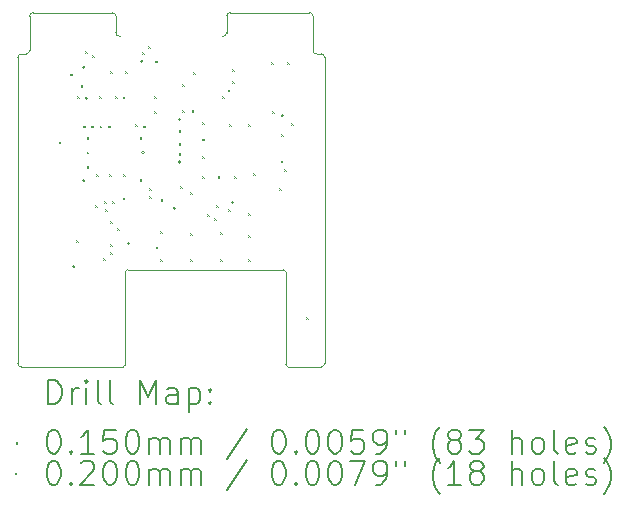
<source format=gbr>
%TF.GenerationSoftware,KiCad,Pcbnew,7.0.8*%
%TF.CreationDate,2024-04-10T13:39:50+02:00*%
%TF.ProjectId,Expansion_Card_Retrofit,45787061-6e73-4696-9f6e-5f436172645f,X1*%
%TF.SameCoordinates,Original*%
%TF.FileFunction,Drillmap*%
%TF.FilePolarity,Positive*%
%FSLAX45Y45*%
G04 Gerber Fmt 4.5, Leading zero omitted, Abs format (unit mm)*
G04 Created by KiCad (PCBNEW 7.0.8) date 2024-04-10 13:39:50*
%MOMM*%
%LPD*%
G01*
G04 APERTURE LIST*
%ADD10C,0.050000*%
%ADD11C,0.200000*%
%ADD12C,0.015000*%
%ADD13C,0.020000*%
G04 APERTURE END LIST*
D10*
X15000000Y-11485000D02*
G75*
G03*
X15020000Y-11505000I20000J0D01*
G01*
X14530000Y-8505000D02*
X15200000Y-8505000D01*
X13640000Y-11485000D02*
X13640000Y-10705000D01*
X12830000Y-8825000D02*
X12830000Y-8535000D01*
X13560000Y-8675000D02*
X13560000Y-8535000D01*
X15300000Y-11505000D02*
G75*
G03*
X15330000Y-11475000I0J30000D01*
G01*
X13560000Y-8675000D02*
G75*
G03*
X13590000Y-8705000I30000J0D01*
G01*
X12730000Y-8885000D02*
X12730000Y-11475000D01*
X12860000Y-8505000D02*
G75*
G03*
X12830000Y-8535000I0J-30000D01*
G01*
X15330000Y-8885000D02*
G75*
G03*
X15300000Y-8855000I-30000J0D01*
G01*
X12730000Y-11475000D02*
G75*
G03*
X12760000Y-11505000I30000J0D01*
G01*
X15230000Y-8825000D02*
X15230000Y-8535000D01*
X14530000Y-8505000D02*
G75*
G03*
X14500000Y-8535000I0J-30000D01*
G01*
X15000000Y-10705000D02*
X15000000Y-11485000D01*
X13620000Y-11505000D02*
G75*
G03*
X13640000Y-11485000I0J20000D01*
G01*
X14999998Y-10704142D02*
G75*
G03*
X14980000Y-10684142I-19998J2D01*
G01*
X15260000Y-8855000D02*
X15300000Y-8855000D01*
X13660000Y-10684140D02*
G75*
G03*
X13640000Y-10704142I0J-20000D01*
G01*
X14470000Y-8705000D02*
G75*
G03*
X14500000Y-8675000I0J30000D01*
G01*
X15020000Y-11505000D02*
X15300000Y-11505000D01*
X13660000Y-10684142D02*
X14980000Y-10684142D01*
X13530000Y-8505000D02*
X12860000Y-8505000D01*
X12760000Y-11505000D02*
X13620000Y-11505000D01*
X14500000Y-8675000D02*
X14500000Y-8535000D01*
X12760000Y-8855000D02*
G75*
G03*
X12730000Y-8885000I0J-30000D01*
G01*
X15330000Y-8885000D02*
X15330000Y-11475000D01*
X14460000Y-8705000D02*
X14470000Y-8705000D01*
X15230000Y-8825000D02*
G75*
G03*
X15260000Y-8855000I30000J0D01*
G01*
X13560000Y-8535000D02*
G75*
G03*
X13530000Y-8505000I-30000J0D01*
G01*
X12760000Y-8855000D02*
X12800000Y-8855000D01*
X13590000Y-8705000D02*
X13600000Y-8705000D01*
X15230000Y-8535000D02*
G75*
G03*
X15200000Y-8505000I-30000J0D01*
G01*
X12800000Y-8855000D02*
G75*
G03*
X12830000Y-8825000I0J30000D01*
G01*
D11*
D12*
X13172500Y-9022500D02*
X13187500Y-9037500D01*
X13187500Y-9022500D02*
X13172500Y-9037500D01*
X13222500Y-10432500D02*
X13237500Y-10447500D01*
X13237500Y-10432500D02*
X13222500Y-10447500D01*
X13232500Y-9212500D02*
X13247500Y-9227500D01*
X13247500Y-9212500D02*
X13232500Y-9227500D01*
X13262500Y-9122500D02*
X13277500Y-9137500D01*
X13277500Y-9122500D02*
X13262500Y-9137500D01*
X13283982Y-9462500D02*
X13298982Y-9477500D01*
X13298982Y-9462500D02*
X13283982Y-9477500D01*
X13302500Y-8832500D02*
X13317500Y-8847500D01*
X13317500Y-8832500D02*
X13302500Y-8847500D01*
X13312500Y-9562500D02*
X13327500Y-9577500D01*
X13327500Y-9562500D02*
X13312500Y-9577500D01*
X13312500Y-9682500D02*
X13327500Y-9697500D01*
X13327500Y-9682500D02*
X13312500Y-9697500D01*
X13312500Y-9802500D02*
X13327500Y-9817500D01*
X13327500Y-9802500D02*
X13312500Y-9817500D01*
X13352500Y-9462500D02*
X13367500Y-9477500D01*
X13367500Y-9462500D02*
X13352500Y-9477500D01*
X13362500Y-8862500D02*
X13377500Y-8877500D01*
X13377500Y-8862500D02*
X13362500Y-8877500D01*
X13382500Y-10132500D02*
X13397500Y-10147500D01*
X13397500Y-10132500D02*
X13382500Y-10147500D01*
X13392500Y-9872500D02*
X13407500Y-9887500D01*
X13407500Y-9872500D02*
X13392500Y-9887500D01*
X13422500Y-9212500D02*
X13437500Y-9227500D01*
X13437500Y-9212500D02*
X13422500Y-9227500D01*
X13422900Y-9462500D02*
X13437900Y-9477500D01*
X13437900Y-9462500D02*
X13422900Y-9477500D01*
X13452500Y-10582500D02*
X13467500Y-10597500D01*
X13467500Y-10582500D02*
X13452500Y-10597500D01*
X13462500Y-10102500D02*
X13477500Y-10117500D01*
X13477500Y-10102500D02*
X13462500Y-10117500D01*
X13472500Y-10172500D02*
X13487500Y-10187500D01*
X13487500Y-10172500D02*
X13472500Y-10187500D01*
X13492500Y-9462500D02*
X13507500Y-9477500D01*
X13507500Y-9462500D02*
X13492500Y-9477500D01*
X13502500Y-9872500D02*
X13517500Y-9887500D01*
X13517500Y-9872500D02*
X13502500Y-9887500D01*
X13512500Y-9002500D02*
X13527500Y-9017500D01*
X13527500Y-9002500D02*
X13512500Y-9017500D01*
X13512500Y-10272500D02*
X13527500Y-10287500D01*
X13527500Y-10272500D02*
X13512500Y-10287500D01*
X13512500Y-10462500D02*
X13527500Y-10477500D01*
X13527500Y-10462500D02*
X13512500Y-10477500D01*
X13512500Y-10532500D02*
X13527500Y-10547500D01*
X13527500Y-10532500D02*
X13512500Y-10547500D01*
X13532500Y-10102500D02*
X13547500Y-10117500D01*
X13547500Y-10102500D02*
X13532500Y-10117500D01*
X13552500Y-9212500D02*
X13567500Y-9227500D01*
X13567500Y-9212500D02*
X13552500Y-9227500D01*
X13572500Y-10332500D02*
X13587500Y-10347500D01*
X13587500Y-10332500D02*
X13572500Y-10347500D01*
X13622500Y-9872500D02*
X13637500Y-9887500D01*
X13637500Y-9872500D02*
X13622500Y-9887500D01*
X13642500Y-9002500D02*
X13657500Y-9017500D01*
X13657500Y-9002500D02*
X13642500Y-9017500D01*
X13722500Y-9452500D02*
X13737500Y-9467500D01*
X13737500Y-9452500D02*
X13722500Y-9467500D01*
X13762500Y-9562500D02*
X13777500Y-9577500D01*
X13777500Y-9562500D02*
X13762500Y-9577500D01*
X13762500Y-9912500D02*
X13777500Y-9927500D01*
X13777500Y-9912500D02*
X13762500Y-9927500D01*
X13782500Y-8842500D02*
X13797500Y-8857500D01*
X13797500Y-8842500D02*
X13782500Y-8857500D01*
X13792500Y-9462500D02*
X13807500Y-9477500D01*
X13807500Y-9462500D02*
X13792500Y-9477500D01*
X13832500Y-8792500D02*
X13847500Y-8807500D01*
X13847500Y-8792500D02*
X13832500Y-8807500D01*
X13842500Y-9992500D02*
X13857500Y-10007500D01*
X13857500Y-9992500D02*
X13842500Y-10007500D01*
X13842500Y-10062500D02*
X13857500Y-10077500D01*
X13857500Y-10062500D02*
X13842500Y-10077500D01*
X13882500Y-9212500D02*
X13897500Y-9227500D01*
X13897500Y-9212500D02*
X13882500Y-9227500D01*
X13882500Y-9342500D02*
X13897500Y-9357500D01*
X13897500Y-9342500D02*
X13882500Y-9357500D01*
X13892500Y-8912500D02*
X13907500Y-8927500D01*
X13907500Y-8912500D02*
X13892500Y-8927500D01*
X13932500Y-10352500D02*
X13947500Y-10367500D01*
X13947500Y-10352500D02*
X13932500Y-10367500D01*
X13932500Y-10592500D02*
X13947500Y-10607500D01*
X13947500Y-10592500D02*
X13932500Y-10607500D01*
X13940000Y-10082500D02*
X13955000Y-10097500D01*
X13955000Y-10082500D02*
X13940000Y-10097500D01*
X14092500Y-9502500D02*
X14107500Y-9517500D01*
X14107500Y-9502500D02*
X14092500Y-9517500D01*
X14092500Y-9612500D02*
X14107500Y-9627500D01*
X14107500Y-9612500D02*
X14092500Y-9627500D01*
X14092500Y-9692500D02*
X14107500Y-9707500D01*
X14107500Y-9692500D02*
X14092500Y-9707500D01*
X14102500Y-9972500D02*
X14117500Y-9987500D01*
X14117500Y-9972500D02*
X14102500Y-9987500D01*
X14122500Y-9112500D02*
X14137500Y-9127500D01*
X14137500Y-9112500D02*
X14122500Y-9127500D01*
X14122500Y-9332500D02*
X14137500Y-9347500D01*
X14137500Y-9332500D02*
X14122500Y-9347500D01*
X14192500Y-10022500D02*
X14207500Y-10037500D01*
X14207500Y-10022500D02*
X14192500Y-10037500D01*
X14192500Y-10372500D02*
X14207500Y-10387500D01*
X14207500Y-10372500D02*
X14192500Y-10387500D01*
X14192500Y-10592500D02*
X14207500Y-10607500D01*
X14207500Y-10592500D02*
X14192500Y-10607500D01*
X14202500Y-9332500D02*
X14217500Y-9347500D01*
X14217500Y-9332500D02*
X14202500Y-9347500D01*
X14212500Y-9012500D02*
X14227500Y-9027500D01*
X14227500Y-9012500D02*
X14212500Y-9027500D01*
X14292500Y-9432500D02*
X14307500Y-9447500D01*
X14307500Y-9432500D02*
X14292500Y-9447500D01*
X14292500Y-9572500D02*
X14307500Y-9587500D01*
X14307500Y-9572500D02*
X14292500Y-9587500D01*
X14292500Y-9722500D02*
X14307500Y-9737500D01*
X14307500Y-9722500D02*
X14292500Y-9737500D01*
X14292500Y-9892500D02*
X14307500Y-9907500D01*
X14307500Y-9892500D02*
X14292500Y-9907500D01*
X14332500Y-10212500D02*
X14347500Y-10227500D01*
X14347500Y-10212500D02*
X14332500Y-10227500D01*
X14392500Y-10242500D02*
X14407500Y-10257500D01*
X14407500Y-10242500D02*
X14392500Y-10257500D01*
X14412500Y-10132500D02*
X14427500Y-10147500D01*
X14427500Y-10132500D02*
X14412500Y-10147500D01*
X14422500Y-9892500D02*
X14437500Y-9907500D01*
X14437500Y-9892500D02*
X14422500Y-9907500D01*
X14442500Y-10362500D02*
X14457500Y-10377500D01*
X14457500Y-10362500D02*
X14442500Y-10377500D01*
X14442500Y-10592500D02*
X14457500Y-10607500D01*
X14457500Y-10592500D02*
X14442500Y-10607500D01*
X14462500Y-9212500D02*
X14477500Y-9227500D01*
X14477500Y-9212500D02*
X14462500Y-9227500D01*
X14512500Y-10172500D02*
X14527500Y-10187500D01*
X14527500Y-10172500D02*
X14512500Y-10187500D01*
X14522500Y-9452500D02*
X14537500Y-9467500D01*
X14537500Y-9452500D02*
X14522500Y-9467500D01*
X14542500Y-8982500D02*
X14557500Y-8997500D01*
X14557500Y-8982500D02*
X14542500Y-8997500D01*
X14542500Y-9082500D02*
X14557500Y-9097500D01*
X14557500Y-9082500D02*
X14542500Y-9097500D01*
X14562500Y-9892500D02*
X14577500Y-9907500D01*
X14577500Y-9892500D02*
X14562500Y-9907500D01*
X14682500Y-9452500D02*
X14697500Y-9467500D01*
X14697500Y-9452500D02*
X14682500Y-9467500D01*
X14682500Y-10202500D02*
X14697500Y-10217500D01*
X14697500Y-10202500D02*
X14682500Y-10217500D01*
X14682500Y-10392500D02*
X14697500Y-10407500D01*
X14697500Y-10392500D02*
X14682500Y-10407500D01*
X14682500Y-10592500D02*
X14697500Y-10607500D01*
X14697500Y-10592500D02*
X14682500Y-10607500D01*
X14722500Y-9862500D02*
X14737500Y-9877500D01*
X14737500Y-9862500D02*
X14722500Y-9877500D01*
X14872500Y-8922500D02*
X14887500Y-8937500D01*
X14887500Y-8922500D02*
X14872500Y-8937500D01*
X14882500Y-9342500D02*
X14897500Y-9357500D01*
X14897500Y-9342500D02*
X14882500Y-9357500D01*
X14942500Y-9992500D02*
X14957500Y-10007500D01*
X14957500Y-9992500D02*
X14942500Y-10007500D01*
X14962500Y-9532500D02*
X14977500Y-9547500D01*
X14977500Y-9532500D02*
X14962500Y-9547500D01*
X14982500Y-9832500D02*
X14997500Y-9847500D01*
X14997500Y-9832500D02*
X14982500Y-9847500D01*
X15012500Y-8922500D02*
X15027500Y-8937500D01*
X15027500Y-8922500D02*
X15012500Y-8937500D01*
X15042500Y-9442500D02*
X15057500Y-9457500D01*
X15057500Y-9442500D02*
X15042500Y-9457500D01*
X15172500Y-11082500D02*
X15187500Y-11097500D01*
X15187500Y-11082500D02*
X15172500Y-11097500D01*
D13*
X13100000Y-9610000D02*
G75*
G03*
X13100000Y-9610000I-10000J0D01*
G01*
X13215050Y-10657550D02*
G75*
G03*
X13215050Y-10657550I-10000J0D01*
G01*
X13297450Y-9930000D02*
G75*
G03*
X13297450Y-9930000I-10000J0D01*
G01*
X13300000Y-8967450D02*
G75*
G03*
X13300000Y-8967450I-10000J0D01*
G01*
X13320000Y-9230000D02*
G75*
G03*
X13320000Y-9230000I-10000J0D01*
G01*
X13640000Y-9230000D02*
G75*
G03*
X13640000Y-9230000I-10000J0D01*
G01*
X13640000Y-10082550D02*
G75*
G03*
X13640000Y-10082550I-10000J0D01*
G01*
X13680000Y-10460000D02*
G75*
G03*
X13680000Y-10460000I-10000J0D01*
G01*
X13790000Y-8918000D02*
G75*
G03*
X13790000Y-8918000I-10000J0D01*
G01*
X13800000Y-9690000D02*
G75*
G03*
X13800000Y-9690000I-10000J0D01*
G01*
X13920000Y-10500000D02*
G75*
G03*
X13920000Y-10500000I-10000J0D01*
G01*
X14065245Y-10163141D02*
G75*
G03*
X14065245Y-10163141I-10000J0D01*
G01*
X14110000Y-9410000D02*
G75*
G03*
X14110000Y-9410000I-10000J0D01*
G01*
X14110000Y-9770000D02*
G75*
G03*
X14110000Y-9770000I-10000J0D01*
G01*
X14530000Y-9170000D02*
G75*
G03*
X14530000Y-9170000I-10000J0D01*
G01*
X14560000Y-10112000D02*
G75*
G03*
X14560000Y-10112000I-10000J0D01*
G01*
X14980000Y-9380000D02*
G75*
G03*
X14980000Y-9380000I-10000J0D01*
G01*
X14980000Y-9770000D02*
G75*
G03*
X14980000Y-9770000I-10000J0D01*
G01*
D11*
X12988277Y-11818984D02*
X12988277Y-11618984D01*
X12988277Y-11618984D02*
X13035896Y-11618984D01*
X13035896Y-11618984D02*
X13064467Y-11628508D01*
X13064467Y-11628508D02*
X13083515Y-11647555D01*
X13083515Y-11647555D02*
X13093039Y-11666603D01*
X13093039Y-11666603D02*
X13102562Y-11704698D01*
X13102562Y-11704698D02*
X13102562Y-11733269D01*
X13102562Y-11733269D02*
X13093039Y-11771365D01*
X13093039Y-11771365D02*
X13083515Y-11790412D01*
X13083515Y-11790412D02*
X13064467Y-11809460D01*
X13064467Y-11809460D02*
X13035896Y-11818984D01*
X13035896Y-11818984D02*
X12988277Y-11818984D01*
X13188277Y-11818984D02*
X13188277Y-11685650D01*
X13188277Y-11723746D02*
X13197801Y-11704698D01*
X13197801Y-11704698D02*
X13207324Y-11695174D01*
X13207324Y-11695174D02*
X13226372Y-11685650D01*
X13226372Y-11685650D02*
X13245420Y-11685650D01*
X13312086Y-11818984D02*
X13312086Y-11685650D01*
X13312086Y-11618984D02*
X13302562Y-11628508D01*
X13302562Y-11628508D02*
X13312086Y-11638031D01*
X13312086Y-11638031D02*
X13321610Y-11628508D01*
X13321610Y-11628508D02*
X13312086Y-11618984D01*
X13312086Y-11618984D02*
X13312086Y-11638031D01*
X13435896Y-11818984D02*
X13416848Y-11809460D01*
X13416848Y-11809460D02*
X13407324Y-11790412D01*
X13407324Y-11790412D02*
X13407324Y-11618984D01*
X13540658Y-11818984D02*
X13521610Y-11809460D01*
X13521610Y-11809460D02*
X13512086Y-11790412D01*
X13512086Y-11790412D02*
X13512086Y-11618984D01*
X13769229Y-11818984D02*
X13769229Y-11618984D01*
X13769229Y-11618984D02*
X13835896Y-11761841D01*
X13835896Y-11761841D02*
X13902562Y-11618984D01*
X13902562Y-11618984D02*
X13902562Y-11818984D01*
X14083515Y-11818984D02*
X14083515Y-11714222D01*
X14083515Y-11714222D02*
X14073991Y-11695174D01*
X14073991Y-11695174D02*
X14054943Y-11685650D01*
X14054943Y-11685650D02*
X14016848Y-11685650D01*
X14016848Y-11685650D02*
X13997801Y-11695174D01*
X14083515Y-11809460D02*
X14064467Y-11818984D01*
X14064467Y-11818984D02*
X14016848Y-11818984D01*
X14016848Y-11818984D02*
X13997801Y-11809460D01*
X13997801Y-11809460D02*
X13988277Y-11790412D01*
X13988277Y-11790412D02*
X13988277Y-11771365D01*
X13988277Y-11771365D02*
X13997801Y-11752317D01*
X13997801Y-11752317D02*
X14016848Y-11742793D01*
X14016848Y-11742793D02*
X14064467Y-11742793D01*
X14064467Y-11742793D02*
X14083515Y-11733269D01*
X14178753Y-11685650D02*
X14178753Y-11885650D01*
X14178753Y-11695174D02*
X14197801Y-11685650D01*
X14197801Y-11685650D02*
X14235896Y-11685650D01*
X14235896Y-11685650D02*
X14254943Y-11695174D01*
X14254943Y-11695174D02*
X14264467Y-11704698D01*
X14264467Y-11704698D02*
X14273991Y-11723746D01*
X14273991Y-11723746D02*
X14273991Y-11780888D01*
X14273991Y-11780888D02*
X14264467Y-11799936D01*
X14264467Y-11799936D02*
X14254943Y-11809460D01*
X14254943Y-11809460D02*
X14235896Y-11818984D01*
X14235896Y-11818984D02*
X14197801Y-11818984D01*
X14197801Y-11818984D02*
X14178753Y-11809460D01*
X14359705Y-11799936D02*
X14369229Y-11809460D01*
X14369229Y-11809460D02*
X14359705Y-11818984D01*
X14359705Y-11818984D02*
X14350182Y-11809460D01*
X14350182Y-11809460D02*
X14359705Y-11799936D01*
X14359705Y-11799936D02*
X14359705Y-11818984D01*
X14359705Y-11695174D02*
X14369229Y-11704698D01*
X14369229Y-11704698D02*
X14359705Y-11714222D01*
X14359705Y-11714222D02*
X14350182Y-11704698D01*
X14350182Y-11704698D02*
X14359705Y-11695174D01*
X14359705Y-11695174D02*
X14359705Y-11714222D01*
D12*
X12712500Y-12140000D02*
X12727500Y-12155000D01*
X12727500Y-12140000D02*
X12712500Y-12155000D01*
D11*
X13026372Y-12038984D02*
X13045420Y-12038984D01*
X13045420Y-12038984D02*
X13064467Y-12048508D01*
X13064467Y-12048508D02*
X13073991Y-12058031D01*
X13073991Y-12058031D02*
X13083515Y-12077079D01*
X13083515Y-12077079D02*
X13093039Y-12115174D01*
X13093039Y-12115174D02*
X13093039Y-12162793D01*
X13093039Y-12162793D02*
X13083515Y-12200888D01*
X13083515Y-12200888D02*
X13073991Y-12219936D01*
X13073991Y-12219936D02*
X13064467Y-12229460D01*
X13064467Y-12229460D02*
X13045420Y-12238984D01*
X13045420Y-12238984D02*
X13026372Y-12238984D01*
X13026372Y-12238984D02*
X13007324Y-12229460D01*
X13007324Y-12229460D02*
X12997801Y-12219936D01*
X12997801Y-12219936D02*
X12988277Y-12200888D01*
X12988277Y-12200888D02*
X12978753Y-12162793D01*
X12978753Y-12162793D02*
X12978753Y-12115174D01*
X12978753Y-12115174D02*
X12988277Y-12077079D01*
X12988277Y-12077079D02*
X12997801Y-12058031D01*
X12997801Y-12058031D02*
X13007324Y-12048508D01*
X13007324Y-12048508D02*
X13026372Y-12038984D01*
X13178753Y-12219936D02*
X13188277Y-12229460D01*
X13188277Y-12229460D02*
X13178753Y-12238984D01*
X13178753Y-12238984D02*
X13169229Y-12229460D01*
X13169229Y-12229460D02*
X13178753Y-12219936D01*
X13178753Y-12219936D02*
X13178753Y-12238984D01*
X13378753Y-12238984D02*
X13264467Y-12238984D01*
X13321610Y-12238984D02*
X13321610Y-12038984D01*
X13321610Y-12038984D02*
X13302562Y-12067555D01*
X13302562Y-12067555D02*
X13283515Y-12086603D01*
X13283515Y-12086603D02*
X13264467Y-12096127D01*
X13559705Y-12038984D02*
X13464467Y-12038984D01*
X13464467Y-12038984D02*
X13454943Y-12134222D01*
X13454943Y-12134222D02*
X13464467Y-12124698D01*
X13464467Y-12124698D02*
X13483515Y-12115174D01*
X13483515Y-12115174D02*
X13531134Y-12115174D01*
X13531134Y-12115174D02*
X13550182Y-12124698D01*
X13550182Y-12124698D02*
X13559705Y-12134222D01*
X13559705Y-12134222D02*
X13569229Y-12153269D01*
X13569229Y-12153269D02*
X13569229Y-12200888D01*
X13569229Y-12200888D02*
X13559705Y-12219936D01*
X13559705Y-12219936D02*
X13550182Y-12229460D01*
X13550182Y-12229460D02*
X13531134Y-12238984D01*
X13531134Y-12238984D02*
X13483515Y-12238984D01*
X13483515Y-12238984D02*
X13464467Y-12229460D01*
X13464467Y-12229460D02*
X13454943Y-12219936D01*
X13693039Y-12038984D02*
X13712086Y-12038984D01*
X13712086Y-12038984D02*
X13731134Y-12048508D01*
X13731134Y-12048508D02*
X13740658Y-12058031D01*
X13740658Y-12058031D02*
X13750182Y-12077079D01*
X13750182Y-12077079D02*
X13759705Y-12115174D01*
X13759705Y-12115174D02*
X13759705Y-12162793D01*
X13759705Y-12162793D02*
X13750182Y-12200888D01*
X13750182Y-12200888D02*
X13740658Y-12219936D01*
X13740658Y-12219936D02*
X13731134Y-12229460D01*
X13731134Y-12229460D02*
X13712086Y-12238984D01*
X13712086Y-12238984D02*
X13693039Y-12238984D01*
X13693039Y-12238984D02*
X13673991Y-12229460D01*
X13673991Y-12229460D02*
X13664467Y-12219936D01*
X13664467Y-12219936D02*
X13654943Y-12200888D01*
X13654943Y-12200888D02*
X13645420Y-12162793D01*
X13645420Y-12162793D02*
X13645420Y-12115174D01*
X13645420Y-12115174D02*
X13654943Y-12077079D01*
X13654943Y-12077079D02*
X13664467Y-12058031D01*
X13664467Y-12058031D02*
X13673991Y-12048508D01*
X13673991Y-12048508D02*
X13693039Y-12038984D01*
X13845420Y-12238984D02*
X13845420Y-12105650D01*
X13845420Y-12124698D02*
X13854943Y-12115174D01*
X13854943Y-12115174D02*
X13873991Y-12105650D01*
X13873991Y-12105650D02*
X13902563Y-12105650D01*
X13902563Y-12105650D02*
X13921610Y-12115174D01*
X13921610Y-12115174D02*
X13931134Y-12134222D01*
X13931134Y-12134222D02*
X13931134Y-12238984D01*
X13931134Y-12134222D02*
X13940658Y-12115174D01*
X13940658Y-12115174D02*
X13959705Y-12105650D01*
X13959705Y-12105650D02*
X13988277Y-12105650D01*
X13988277Y-12105650D02*
X14007324Y-12115174D01*
X14007324Y-12115174D02*
X14016848Y-12134222D01*
X14016848Y-12134222D02*
X14016848Y-12238984D01*
X14112086Y-12238984D02*
X14112086Y-12105650D01*
X14112086Y-12124698D02*
X14121610Y-12115174D01*
X14121610Y-12115174D02*
X14140658Y-12105650D01*
X14140658Y-12105650D02*
X14169229Y-12105650D01*
X14169229Y-12105650D02*
X14188277Y-12115174D01*
X14188277Y-12115174D02*
X14197801Y-12134222D01*
X14197801Y-12134222D02*
X14197801Y-12238984D01*
X14197801Y-12134222D02*
X14207324Y-12115174D01*
X14207324Y-12115174D02*
X14226372Y-12105650D01*
X14226372Y-12105650D02*
X14254943Y-12105650D01*
X14254943Y-12105650D02*
X14273991Y-12115174D01*
X14273991Y-12115174D02*
X14283515Y-12134222D01*
X14283515Y-12134222D02*
X14283515Y-12238984D01*
X14673991Y-12029460D02*
X14502563Y-12286603D01*
X14931134Y-12038984D02*
X14950182Y-12038984D01*
X14950182Y-12038984D02*
X14969229Y-12048508D01*
X14969229Y-12048508D02*
X14978753Y-12058031D01*
X14978753Y-12058031D02*
X14988277Y-12077079D01*
X14988277Y-12077079D02*
X14997801Y-12115174D01*
X14997801Y-12115174D02*
X14997801Y-12162793D01*
X14997801Y-12162793D02*
X14988277Y-12200888D01*
X14988277Y-12200888D02*
X14978753Y-12219936D01*
X14978753Y-12219936D02*
X14969229Y-12229460D01*
X14969229Y-12229460D02*
X14950182Y-12238984D01*
X14950182Y-12238984D02*
X14931134Y-12238984D01*
X14931134Y-12238984D02*
X14912086Y-12229460D01*
X14912086Y-12229460D02*
X14902563Y-12219936D01*
X14902563Y-12219936D02*
X14893039Y-12200888D01*
X14893039Y-12200888D02*
X14883515Y-12162793D01*
X14883515Y-12162793D02*
X14883515Y-12115174D01*
X14883515Y-12115174D02*
X14893039Y-12077079D01*
X14893039Y-12077079D02*
X14902563Y-12058031D01*
X14902563Y-12058031D02*
X14912086Y-12048508D01*
X14912086Y-12048508D02*
X14931134Y-12038984D01*
X15083515Y-12219936D02*
X15093039Y-12229460D01*
X15093039Y-12229460D02*
X15083515Y-12238984D01*
X15083515Y-12238984D02*
X15073991Y-12229460D01*
X15073991Y-12229460D02*
X15083515Y-12219936D01*
X15083515Y-12219936D02*
X15083515Y-12238984D01*
X15216848Y-12038984D02*
X15235896Y-12038984D01*
X15235896Y-12038984D02*
X15254944Y-12048508D01*
X15254944Y-12048508D02*
X15264467Y-12058031D01*
X15264467Y-12058031D02*
X15273991Y-12077079D01*
X15273991Y-12077079D02*
X15283515Y-12115174D01*
X15283515Y-12115174D02*
X15283515Y-12162793D01*
X15283515Y-12162793D02*
X15273991Y-12200888D01*
X15273991Y-12200888D02*
X15264467Y-12219936D01*
X15264467Y-12219936D02*
X15254944Y-12229460D01*
X15254944Y-12229460D02*
X15235896Y-12238984D01*
X15235896Y-12238984D02*
X15216848Y-12238984D01*
X15216848Y-12238984D02*
X15197801Y-12229460D01*
X15197801Y-12229460D02*
X15188277Y-12219936D01*
X15188277Y-12219936D02*
X15178753Y-12200888D01*
X15178753Y-12200888D02*
X15169229Y-12162793D01*
X15169229Y-12162793D02*
X15169229Y-12115174D01*
X15169229Y-12115174D02*
X15178753Y-12077079D01*
X15178753Y-12077079D02*
X15188277Y-12058031D01*
X15188277Y-12058031D02*
X15197801Y-12048508D01*
X15197801Y-12048508D02*
X15216848Y-12038984D01*
X15407325Y-12038984D02*
X15426372Y-12038984D01*
X15426372Y-12038984D02*
X15445420Y-12048508D01*
X15445420Y-12048508D02*
X15454944Y-12058031D01*
X15454944Y-12058031D02*
X15464467Y-12077079D01*
X15464467Y-12077079D02*
X15473991Y-12115174D01*
X15473991Y-12115174D02*
X15473991Y-12162793D01*
X15473991Y-12162793D02*
X15464467Y-12200888D01*
X15464467Y-12200888D02*
X15454944Y-12219936D01*
X15454944Y-12219936D02*
X15445420Y-12229460D01*
X15445420Y-12229460D02*
X15426372Y-12238984D01*
X15426372Y-12238984D02*
X15407325Y-12238984D01*
X15407325Y-12238984D02*
X15388277Y-12229460D01*
X15388277Y-12229460D02*
X15378753Y-12219936D01*
X15378753Y-12219936D02*
X15369229Y-12200888D01*
X15369229Y-12200888D02*
X15359706Y-12162793D01*
X15359706Y-12162793D02*
X15359706Y-12115174D01*
X15359706Y-12115174D02*
X15369229Y-12077079D01*
X15369229Y-12077079D02*
X15378753Y-12058031D01*
X15378753Y-12058031D02*
X15388277Y-12048508D01*
X15388277Y-12048508D02*
X15407325Y-12038984D01*
X15654944Y-12038984D02*
X15559706Y-12038984D01*
X15559706Y-12038984D02*
X15550182Y-12134222D01*
X15550182Y-12134222D02*
X15559706Y-12124698D01*
X15559706Y-12124698D02*
X15578753Y-12115174D01*
X15578753Y-12115174D02*
X15626372Y-12115174D01*
X15626372Y-12115174D02*
X15645420Y-12124698D01*
X15645420Y-12124698D02*
X15654944Y-12134222D01*
X15654944Y-12134222D02*
X15664467Y-12153269D01*
X15664467Y-12153269D02*
X15664467Y-12200888D01*
X15664467Y-12200888D02*
X15654944Y-12219936D01*
X15654944Y-12219936D02*
X15645420Y-12229460D01*
X15645420Y-12229460D02*
X15626372Y-12238984D01*
X15626372Y-12238984D02*
X15578753Y-12238984D01*
X15578753Y-12238984D02*
X15559706Y-12229460D01*
X15559706Y-12229460D02*
X15550182Y-12219936D01*
X15759706Y-12238984D02*
X15797801Y-12238984D01*
X15797801Y-12238984D02*
X15816848Y-12229460D01*
X15816848Y-12229460D02*
X15826372Y-12219936D01*
X15826372Y-12219936D02*
X15845420Y-12191365D01*
X15845420Y-12191365D02*
X15854944Y-12153269D01*
X15854944Y-12153269D02*
X15854944Y-12077079D01*
X15854944Y-12077079D02*
X15845420Y-12058031D01*
X15845420Y-12058031D02*
X15835896Y-12048508D01*
X15835896Y-12048508D02*
X15816848Y-12038984D01*
X15816848Y-12038984D02*
X15778753Y-12038984D01*
X15778753Y-12038984D02*
X15759706Y-12048508D01*
X15759706Y-12048508D02*
X15750182Y-12058031D01*
X15750182Y-12058031D02*
X15740658Y-12077079D01*
X15740658Y-12077079D02*
X15740658Y-12124698D01*
X15740658Y-12124698D02*
X15750182Y-12143746D01*
X15750182Y-12143746D02*
X15759706Y-12153269D01*
X15759706Y-12153269D02*
X15778753Y-12162793D01*
X15778753Y-12162793D02*
X15816848Y-12162793D01*
X15816848Y-12162793D02*
X15835896Y-12153269D01*
X15835896Y-12153269D02*
X15845420Y-12143746D01*
X15845420Y-12143746D02*
X15854944Y-12124698D01*
X15931134Y-12038984D02*
X15931134Y-12077079D01*
X16007325Y-12038984D02*
X16007325Y-12077079D01*
X16302563Y-12315174D02*
X16293039Y-12305650D01*
X16293039Y-12305650D02*
X16273991Y-12277079D01*
X16273991Y-12277079D02*
X16264468Y-12258031D01*
X16264468Y-12258031D02*
X16254944Y-12229460D01*
X16254944Y-12229460D02*
X16245420Y-12181841D01*
X16245420Y-12181841D02*
X16245420Y-12143746D01*
X16245420Y-12143746D02*
X16254944Y-12096127D01*
X16254944Y-12096127D02*
X16264468Y-12067555D01*
X16264468Y-12067555D02*
X16273991Y-12048508D01*
X16273991Y-12048508D02*
X16293039Y-12019936D01*
X16293039Y-12019936D02*
X16302563Y-12010412D01*
X16407325Y-12124698D02*
X16388277Y-12115174D01*
X16388277Y-12115174D02*
X16378753Y-12105650D01*
X16378753Y-12105650D02*
X16369229Y-12086603D01*
X16369229Y-12086603D02*
X16369229Y-12077079D01*
X16369229Y-12077079D02*
X16378753Y-12058031D01*
X16378753Y-12058031D02*
X16388277Y-12048508D01*
X16388277Y-12048508D02*
X16407325Y-12038984D01*
X16407325Y-12038984D02*
X16445420Y-12038984D01*
X16445420Y-12038984D02*
X16464468Y-12048508D01*
X16464468Y-12048508D02*
X16473991Y-12058031D01*
X16473991Y-12058031D02*
X16483515Y-12077079D01*
X16483515Y-12077079D02*
X16483515Y-12086603D01*
X16483515Y-12086603D02*
X16473991Y-12105650D01*
X16473991Y-12105650D02*
X16464468Y-12115174D01*
X16464468Y-12115174D02*
X16445420Y-12124698D01*
X16445420Y-12124698D02*
X16407325Y-12124698D01*
X16407325Y-12124698D02*
X16388277Y-12134222D01*
X16388277Y-12134222D02*
X16378753Y-12143746D01*
X16378753Y-12143746D02*
X16369229Y-12162793D01*
X16369229Y-12162793D02*
X16369229Y-12200888D01*
X16369229Y-12200888D02*
X16378753Y-12219936D01*
X16378753Y-12219936D02*
X16388277Y-12229460D01*
X16388277Y-12229460D02*
X16407325Y-12238984D01*
X16407325Y-12238984D02*
X16445420Y-12238984D01*
X16445420Y-12238984D02*
X16464468Y-12229460D01*
X16464468Y-12229460D02*
X16473991Y-12219936D01*
X16473991Y-12219936D02*
X16483515Y-12200888D01*
X16483515Y-12200888D02*
X16483515Y-12162793D01*
X16483515Y-12162793D02*
X16473991Y-12143746D01*
X16473991Y-12143746D02*
X16464468Y-12134222D01*
X16464468Y-12134222D02*
X16445420Y-12124698D01*
X16550182Y-12038984D02*
X16673991Y-12038984D01*
X16673991Y-12038984D02*
X16607325Y-12115174D01*
X16607325Y-12115174D02*
X16635896Y-12115174D01*
X16635896Y-12115174D02*
X16654944Y-12124698D01*
X16654944Y-12124698D02*
X16664468Y-12134222D01*
X16664468Y-12134222D02*
X16673991Y-12153269D01*
X16673991Y-12153269D02*
X16673991Y-12200888D01*
X16673991Y-12200888D02*
X16664468Y-12219936D01*
X16664468Y-12219936D02*
X16654944Y-12229460D01*
X16654944Y-12229460D02*
X16635896Y-12238984D01*
X16635896Y-12238984D02*
X16578753Y-12238984D01*
X16578753Y-12238984D02*
X16559706Y-12229460D01*
X16559706Y-12229460D02*
X16550182Y-12219936D01*
X16912087Y-12238984D02*
X16912087Y-12038984D01*
X16997801Y-12238984D02*
X16997801Y-12134222D01*
X16997801Y-12134222D02*
X16988277Y-12115174D01*
X16988277Y-12115174D02*
X16969230Y-12105650D01*
X16969230Y-12105650D02*
X16940658Y-12105650D01*
X16940658Y-12105650D02*
X16921611Y-12115174D01*
X16921611Y-12115174D02*
X16912087Y-12124698D01*
X17121611Y-12238984D02*
X17102563Y-12229460D01*
X17102563Y-12229460D02*
X17093039Y-12219936D01*
X17093039Y-12219936D02*
X17083515Y-12200888D01*
X17083515Y-12200888D02*
X17083515Y-12143746D01*
X17083515Y-12143746D02*
X17093039Y-12124698D01*
X17093039Y-12124698D02*
X17102563Y-12115174D01*
X17102563Y-12115174D02*
X17121611Y-12105650D01*
X17121611Y-12105650D02*
X17150182Y-12105650D01*
X17150182Y-12105650D02*
X17169230Y-12115174D01*
X17169230Y-12115174D02*
X17178753Y-12124698D01*
X17178753Y-12124698D02*
X17188277Y-12143746D01*
X17188277Y-12143746D02*
X17188277Y-12200888D01*
X17188277Y-12200888D02*
X17178753Y-12219936D01*
X17178753Y-12219936D02*
X17169230Y-12229460D01*
X17169230Y-12229460D02*
X17150182Y-12238984D01*
X17150182Y-12238984D02*
X17121611Y-12238984D01*
X17302563Y-12238984D02*
X17283515Y-12229460D01*
X17283515Y-12229460D02*
X17273992Y-12210412D01*
X17273992Y-12210412D02*
X17273992Y-12038984D01*
X17454944Y-12229460D02*
X17435896Y-12238984D01*
X17435896Y-12238984D02*
X17397801Y-12238984D01*
X17397801Y-12238984D02*
X17378753Y-12229460D01*
X17378753Y-12229460D02*
X17369230Y-12210412D01*
X17369230Y-12210412D02*
X17369230Y-12134222D01*
X17369230Y-12134222D02*
X17378753Y-12115174D01*
X17378753Y-12115174D02*
X17397801Y-12105650D01*
X17397801Y-12105650D02*
X17435896Y-12105650D01*
X17435896Y-12105650D02*
X17454944Y-12115174D01*
X17454944Y-12115174D02*
X17464468Y-12134222D01*
X17464468Y-12134222D02*
X17464468Y-12153269D01*
X17464468Y-12153269D02*
X17369230Y-12172317D01*
X17540658Y-12229460D02*
X17559706Y-12238984D01*
X17559706Y-12238984D02*
X17597801Y-12238984D01*
X17597801Y-12238984D02*
X17616849Y-12229460D01*
X17616849Y-12229460D02*
X17626373Y-12210412D01*
X17626373Y-12210412D02*
X17626373Y-12200888D01*
X17626373Y-12200888D02*
X17616849Y-12181841D01*
X17616849Y-12181841D02*
X17597801Y-12172317D01*
X17597801Y-12172317D02*
X17569230Y-12172317D01*
X17569230Y-12172317D02*
X17550182Y-12162793D01*
X17550182Y-12162793D02*
X17540658Y-12143746D01*
X17540658Y-12143746D02*
X17540658Y-12134222D01*
X17540658Y-12134222D02*
X17550182Y-12115174D01*
X17550182Y-12115174D02*
X17569230Y-12105650D01*
X17569230Y-12105650D02*
X17597801Y-12105650D01*
X17597801Y-12105650D02*
X17616849Y-12115174D01*
X17693039Y-12315174D02*
X17702563Y-12305650D01*
X17702563Y-12305650D02*
X17721611Y-12277079D01*
X17721611Y-12277079D02*
X17731134Y-12258031D01*
X17731134Y-12258031D02*
X17740658Y-12229460D01*
X17740658Y-12229460D02*
X17750182Y-12181841D01*
X17750182Y-12181841D02*
X17750182Y-12143746D01*
X17750182Y-12143746D02*
X17740658Y-12096127D01*
X17740658Y-12096127D02*
X17731134Y-12067555D01*
X17731134Y-12067555D02*
X17721611Y-12048508D01*
X17721611Y-12048508D02*
X17702563Y-12019936D01*
X17702563Y-12019936D02*
X17693039Y-12010412D01*
D13*
X12727500Y-12411500D02*
G75*
G03*
X12727500Y-12411500I-10000J0D01*
G01*
D11*
X13026372Y-12302984D02*
X13045420Y-12302984D01*
X13045420Y-12302984D02*
X13064467Y-12312508D01*
X13064467Y-12312508D02*
X13073991Y-12322031D01*
X13073991Y-12322031D02*
X13083515Y-12341079D01*
X13083515Y-12341079D02*
X13093039Y-12379174D01*
X13093039Y-12379174D02*
X13093039Y-12426793D01*
X13093039Y-12426793D02*
X13083515Y-12464888D01*
X13083515Y-12464888D02*
X13073991Y-12483936D01*
X13073991Y-12483936D02*
X13064467Y-12493460D01*
X13064467Y-12493460D02*
X13045420Y-12502984D01*
X13045420Y-12502984D02*
X13026372Y-12502984D01*
X13026372Y-12502984D02*
X13007324Y-12493460D01*
X13007324Y-12493460D02*
X12997801Y-12483936D01*
X12997801Y-12483936D02*
X12988277Y-12464888D01*
X12988277Y-12464888D02*
X12978753Y-12426793D01*
X12978753Y-12426793D02*
X12978753Y-12379174D01*
X12978753Y-12379174D02*
X12988277Y-12341079D01*
X12988277Y-12341079D02*
X12997801Y-12322031D01*
X12997801Y-12322031D02*
X13007324Y-12312508D01*
X13007324Y-12312508D02*
X13026372Y-12302984D01*
X13178753Y-12483936D02*
X13188277Y-12493460D01*
X13188277Y-12493460D02*
X13178753Y-12502984D01*
X13178753Y-12502984D02*
X13169229Y-12493460D01*
X13169229Y-12493460D02*
X13178753Y-12483936D01*
X13178753Y-12483936D02*
X13178753Y-12502984D01*
X13264467Y-12322031D02*
X13273991Y-12312508D01*
X13273991Y-12312508D02*
X13293039Y-12302984D01*
X13293039Y-12302984D02*
X13340658Y-12302984D01*
X13340658Y-12302984D02*
X13359705Y-12312508D01*
X13359705Y-12312508D02*
X13369229Y-12322031D01*
X13369229Y-12322031D02*
X13378753Y-12341079D01*
X13378753Y-12341079D02*
X13378753Y-12360127D01*
X13378753Y-12360127D02*
X13369229Y-12388698D01*
X13369229Y-12388698D02*
X13254943Y-12502984D01*
X13254943Y-12502984D02*
X13378753Y-12502984D01*
X13502562Y-12302984D02*
X13521610Y-12302984D01*
X13521610Y-12302984D02*
X13540658Y-12312508D01*
X13540658Y-12312508D02*
X13550182Y-12322031D01*
X13550182Y-12322031D02*
X13559705Y-12341079D01*
X13559705Y-12341079D02*
X13569229Y-12379174D01*
X13569229Y-12379174D02*
X13569229Y-12426793D01*
X13569229Y-12426793D02*
X13559705Y-12464888D01*
X13559705Y-12464888D02*
X13550182Y-12483936D01*
X13550182Y-12483936D02*
X13540658Y-12493460D01*
X13540658Y-12493460D02*
X13521610Y-12502984D01*
X13521610Y-12502984D02*
X13502562Y-12502984D01*
X13502562Y-12502984D02*
X13483515Y-12493460D01*
X13483515Y-12493460D02*
X13473991Y-12483936D01*
X13473991Y-12483936D02*
X13464467Y-12464888D01*
X13464467Y-12464888D02*
X13454943Y-12426793D01*
X13454943Y-12426793D02*
X13454943Y-12379174D01*
X13454943Y-12379174D02*
X13464467Y-12341079D01*
X13464467Y-12341079D02*
X13473991Y-12322031D01*
X13473991Y-12322031D02*
X13483515Y-12312508D01*
X13483515Y-12312508D02*
X13502562Y-12302984D01*
X13693039Y-12302984D02*
X13712086Y-12302984D01*
X13712086Y-12302984D02*
X13731134Y-12312508D01*
X13731134Y-12312508D02*
X13740658Y-12322031D01*
X13740658Y-12322031D02*
X13750182Y-12341079D01*
X13750182Y-12341079D02*
X13759705Y-12379174D01*
X13759705Y-12379174D02*
X13759705Y-12426793D01*
X13759705Y-12426793D02*
X13750182Y-12464888D01*
X13750182Y-12464888D02*
X13740658Y-12483936D01*
X13740658Y-12483936D02*
X13731134Y-12493460D01*
X13731134Y-12493460D02*
X13712086Y-12502984D01*
X13712086Y-12502984D02*
X13693039Y-12502984D01*
X13693039Y-12502984D02*
X13673991Y-12493460D01*
X13673991Y-12493460D02*
X13664467Y-12483936D01*
X13664467Y-12483936D02*
X13654943Y-12464888D01*
X13654943Y-12464888D02*
X13645420Y-12426793D01*
X13645420Y-12426793D02*
X13645420Y-12379174D01*
X13645420Y-12379174D02*
X13654943Y-12341079D01*
X13654943Y-12341079D02*
X13664467Y-12322031D01*
X13664467Y-12322031D02*
X13673991Y-12312508D01*
X13673991Y-12312508D02*
X13693039Y-12302984D01*
X13845420Y-12502984D02*
X13845420Y-12369650D01*
X13845420Y-12388698D02*
X13854943Y-12379174D01*
X13854943Y-12379174D02*
X13873991Y-12369650D01*
X13873991Y-12369650D02*
X13902563Y-12369650D01*
X13902563Y-12369650D02*
X13921610Y-12379174D01*
X13921610Y-12379174D02*
X13931134Y-12398222D01*
X13931134Y-12398222D02*
X13931134Y-12502984D01*
X13931134Y-12398222D02*
X13940658Y-12379174D01*
X13940658Y-12379174D02*
X13959705Y-12369650D01*
X13959705Y-12369650D02*
X13988277Y-12369650D01*
X13988277Y-12369650D02*
X14007324Y-12379174D01*
X14007324Y-12379174D02*
X14016848Y-12398222D01*
X14016848Y-12398222D02*
X14016848Y-12502984D01*
X14112086Y-12502984D02*
X14112086Y-12369650D01*
X14112086Y-12388698D02*
X14121610Y-12379174D01*
X14121610Y-12379174D02*
X14140658Y-12369650D01*
X14140658Y-12369650D02*
X14169229Y-12369650D01*
X14169229Y-12369650D02*
X14188277Y-12379174D01*
X14188277Y-12379174D02*
X14197801Y-12398222D01*
X14197801Y-12398222D02*
X14197801Y-12502984D01*
X14197801Y-12398222D02*
X14207324Y-12379174D01*
X14207324Y-12379174D02*
X14226372Y-12369650D01*
X14226372Y-12369650D02*
X14254943Y-12369650D01*
X14254943Y-12369650D02*
X14273991Y-12379174D01*
X14273991Y-12379174D02*
X14283515Y-12398222D01*
X14283515Y-12398222D02*
X14283515Y-12502984D01*
X14673991Y-12293460D02*
X14502563Y-12550603D01*
X14931134Y-12302984D02*
X14950182Y-12302984D01*
X14950182Y-12302984D02*
X14969229Y-12312508D01*
X14969229Y-12312508D02*
X14978753Y-12322031D01*
X14978753Y-12322031D02*
X14988277Y-12341079D01*
X14988277Y-12341079D02*
X14997801Y-12379174D01*
X14997801Y-12379174D02*
X14997801Y-12426793D01*
X14997801Y-12426793D02*
X14988277Y-12464888D01*
X14988277Y-12464888D02*
X14978753Y-12483936D01*
X14978753Y-12483936D02*
X14969229Y-12493460D01*
X14969229Y-12493460D02*
X14950182Y-12502984D01*
X14950182Y-12502984D02*
X14931134Y-12502984D01*
X14931134Y-12502984D02*
X14912086Y-12493460D01*
X14912086Y-12493460D02*
X14902563Y-12483936D01*
X14902563Y-12483936D02*
X14893039Y-12464888D01*
X14893039Y-12464888D02*
X14883515Y-12426793D01*
X14883515Y-12426793D02*
X14883515Y-12379174D01*
X14883515Y-12379174D02*
X14893039Y-12341079D01*
X14893039Y-12341079D02*
X14902563Y-12322031D01*
X14902563Y-12322031D02*
X14912086Y-12312508D01*
X14912086Y-12312508D02*
X14931134Y-12302984D01*
X15083515Y-12483936D02*
X15093039Y-12493460D01*
X15093039Y-12493460D02*
X15083515Y-12502984D01*
X15083515Y-12502984D02*
X15073991Y-12493460D01*
X15073991Y-12493460D02*
X15083515Y-12483936D01*
X15083515Y-12483936D02*
X15083515Y-12502984D01*
X15216848Y-12302984D02*
X15235896Y-12302984D01*
X15235896Y-12302984D02*
X15254944Y-12312508D01*
X15254944Y-12312508D02*
X15264467Y-12322031D01*
X15264467Y-12322031D02*
X15273991Y-12341079D01*
X15273991Y-12341079D02*
X15283515Y-12379174D01*
X15283515Y-12379174D02*
X15283515Y-12426793D01*
X15283515Y-12426793D02*
X15273991Y-12464888D01*
X15273991Y-12464888D02*
X15264467Y-12483936D01*
X15264467Y-12483936D02*
X15254944Y-12493460D01*
X15254944Y-12493460D02*
X15235896Y-12502984D01*
X15235896Y-12502984D02*
X15216848Y-12502984D01*
X15216848Y-12502984D02*
X15197801Y-12493460D01*
X15197801Y-12493460D02*
X15188277Y-12483936D01*
X15188277Y-12483936D02*
X15178753Y-12464888D01*
X15178753Y-12464888D02*
X15169229Y-12426793D01*
X15169229Y-12426793D02*
X15169229Y-12379174D01*
X15169229Y-12379174D02*
X15178753Y-12341079D01*
X15178753Y-12341079D02*
X15188277Y-12322031D01*
X15188277Y-12322031D02*
X15197801Y-12312508D01*
X15197801Y-12312508D02*
X15216848Y-12302984D01*
X15407325Y-12302984D02*
X15426372Y-12302984D01*
X15426372Y-12302984D02*
X15445420Y-12312508D01*
X15445420Y-12312508D02*
X15454944Y-12322031D01*
X15454944Y-12322031D02*
X15464467Y-12341079D01*
X15464467Y-12341079D02*
X15473991Y-12379174D01*
X15473991Y-12379174D02*
X15473991Y-12426793D01*
X15473991Y-12426793D02*
X15464467Y-12464888D01*
X15464467Y-12464888D02*
X15454944Y-12483936D01*
X15454944Y-12483936D02*
X15445420Y-12493460D01*
X15445420Y-12493460D02*
X15426372Y-12502984D01*
X15426372Y-12502984D02*
X15407325Y-12502984D01*
X15407325Y-12502984D02*
X15388277Y-12493460D01*
X15388277Y-12493460D02*
X15378753Y-12483936D01*
X15378753Y-12483936D02*
X15369229Y-12464888D01*
X15369229Y-12464888D02*
X15359706Y-12426793D01*
X15359706Y-12426793D02*
X15359706Y-12379174D01*
X15359706Y-12379174D02*
X15369229Y-12341079D01*
X15369229Y-12341079D02*
X15378753Y-12322031D01*
X15378753Y-12322031D02*
X15388277Y-12312508D01*
X15388277Y-12312508D02*
X15407325Y-12302984D01*
X15540658Y-12302984D02*
X15673991Y-12302984D01*
X15673991Y-12302984D02*
X15588277Y-12502984D01*
X15759706Y-12502984D02*
X15797801Y-12502984D01*
X15797801Y-12502984D02*
X15816848Y-12493460D01*
X15816848Y-12493460D02*
X15826372Y-12483936D01*
X15826372Y-12483936D02*
X15845420Y-12455365D01*
X15845420Y-12455365D02*
X15854944Y-12417269D01*
X15854944Y-12417269D02*
X15854944Y-12341079D01*
X15854944Y-12341079D02*
X15845420Y-12322031D01*
X15845420Y-12322031D02*
X15835896Y-12312508D01*
X15835896Y-12312508D02*
X15816848Y-12302984D01*
X15816848Y-12302984D02*
X15778753Y-12302984D01*
X15778753Y-12302984D02*
X15759706Y-12312508D01*
X15759706Y-12312508D02*
X15750182Y-12322031D01*
X15750182Y-12322031D02*
X15740658Y-12341079D01*
X15740658Y-12341079D02*
X15740658Y-12388698D01*
X15740658Y-12388698D02*
X15750182Y-12407746D01*
X15750182Y-12407746D02*
X15759706Y-12417269D01*
X15759706Y-12417269D02*
X15778753Y-12426793D01*
X15778753Y-12426793D02*
X15816848Y-12426793D01*
X15816848Y-12426793D02*
X15835896Y-12417269D01*
X15835896Y-12417269D02*
X15845420Y-12407746D01*
X15845420Y-12407746D02*
X15854944Y-12388698D01*
X15931134Y-12302984D02*
X15931134Y-12341079D01*
X16007325Y-12302984D02*
X16007325Y-12341079D01*
X16302563Y-12579174D02*
X16293039Y-12569650D01*
X16293039Y-12569650D02*
X16273991Y-12541079D01*
X16273991Y-12541079D02*
X16264468Y-12522031D01*
X16264468Y-12522031D02*
X16254944Y-12493460D01*
X16254944Y-12493460D02*
X16245420Y-12445841D01*
X16245420Y-12445841D02*
X16245420Y-12407746D01*
X16245420Y-12407746D02*
X16254944Y-12360127D01*
X16254944Y-12360127D02*
X16264468Y-12331555D01*
X16264468Y-12331555D02*
X16273991Y-12312508D01*
X16273991Y-12312508D02*
X16293039Y-12283936D01*
X16293039Y-12283936D02*
X16302563Y-12274412D01*
X16483515Y-12502984D02*
X16369229Y-12502984D01*
X16426372Y-12502984D02*
X16426372Y-12302984D01*
X16426372Y-12302984D02*
X16407325Y-12331555D01*
X16407325Y-12331555D02*
X16388277Y-12350603D01*
X16388277Y-12350603D02*
X16369229Y-12360127D01*
X16597801Y-12388698D02*
X16578753Y-12379174D01*
X16578753Y-12379174D02*
X16569229Y-12369650D01*
X16569229Y-12369650D02*
X16559706Y-12350603D01*
X16559706Y-12350603D02*
X16559706Y-12341079D01*
X16559706Y-12341079D02*
X16569229Y-12322031D01*
X16569229Y-12322031D02*
X16578753Y-12312508D01*
X16578753Y-12312508D02*
X16597801Y-12302984D01*
X16597801Y-12302984D02*
X16635896Y-12302984D01*
X16635896Y-12302984D02*
X16654944Y-12312508D01*
X16654944Y-12312508D02*
X16664468Y-12322031D01*
X16664468Y-12322031D02*
X16673991Y-12341079D01*
X16673991Y-12341079D02*
X16673991Y-12350603D01*
X16673991Y-12350603D02*
X16664468Y-12369650D01*
X16664468Y-12369650D02*
X16654944Y-12379174D01*
X16654944Y-12379174D02*
X16635896Y-12388698D01*
X16635896Y-12388698D02*
X16597801Y-12388698D01*
X16597801Y-12388698D02*
X16578753Y-12398222D01*
X16578753Y-12398222D02*
X16569229Y-12407746D01*
X16569229Y-12407746D02*
X16559706Y-12426793D01*
X16559706Y-12426793D02*
X16559706Y-12464888D01*
X16559706Y-12464888D02*
X16569229Y-12483936D01*
X16569229Y-12483936D02*
X16578753Y-12493460D01*
X16578753Y-12493460D02*
X16597801Y-12502984D01*
X16597801Y-12502984D02*
X16635896Y-12502984D01*
X16635896Y-12502984D02*
X16654944Y-12493460D01*
X16654944Y-12493460D02*
X16664468Y-12483936D01*
X16664468Y-12483936D02*
X16673991Y-12464888D01*
X16673991Y-12464888D02*
X16673991Y-12426793D01*
X16673991Y-12426793D02*
X16664468Y-12407746D01*
X16664468Y-12407746D02*
X16654944Y-12398222D01*
X16654944Y-12398222D02*
X16635896Y-12388698D01*
X16912087Y-12502984D02*
X16912087Y-12302984D01*
X16997801Y-12502984D02*
X16997801Y-12398222D01*
X16997801Y-12398222D02*
X16988277Y-12379174D01*
X16988277Y-12379174D02*
X16969230Y-12369650D01*
X16969230Y-12369650D02*
X16940658Y-12369650D01*
X16940658Y-12369650D02*
X16921611Y-12379174D01*
X16921611Y-12379174D02*
X16912087Y-12388698D01*
X17121611Y-12502984D02*
X17102563Y-12493460D01*
X17102563Y-12493460D02*
X17093039Y-12483936D01*
X17093039Y-12483936D02*
X17083515Y-12464888D01*
X17083515Y-12464888D02*
X17083515Y-12407746D01*
X17083515Y-12407746D02*
X17093039Y-12388698D01*
X17093039Y-12388698D02*
X17102563Y-12379174D01*
X17102563Y-12379174D02*
X17121611Y-12369650D01*
X17121611Y-12369650D02*
X17150182Y-12369650D01*
X17150182Y-12369650D02*
X17169230Y-12379174D01*
X17169230Y-12379174D02*
X17178753Y-12388698D01*
X17178753Y-12388698D02*
X17188277Y-12407746D01*
X17188277Y-12407746D02*
X17188277Y-12464888D01*
X17188277Y-12464888D02*
X17178753Y-12483936D01*
X17178753Y-12483936D02*
X17169230Y-12493460D01*
X17169230Y-12493460D02*
X17150182Y-12502984D01*
X17150182Y-12502984D02*
X17121611Y-12502984D01*
X17302563Y-12502984D02*
X17283515Y-12493460D01*
X17283515Y-12493460D02*
X17273992Y-12474412D01*
X17273992Y-12474412D02*
X17273992Y-12302984D01*
X17454944Y-12493460D02*
X17435896Y-12502984D01*
X17435896Y-12502984D02*
X17397801Y-12502984D01*
X17397801Y-12502984D02*
X17378753Y-12493460D01*
X17378753Y-12493460D02*
X17369230Y-12474412D01*
X17369230Y-12474412D02*
X17369230Y-12398222D01*
X17369230Y-12398222D02*
X17378753Y-12379174D01*
X17378753Y-12379174D02*
X17397801Y-12369650D01*
X17397801Y-12369650D02*
X17435896Y-12369650D01*
X17435896Y-12369650D02*
X17454944Y-12379174D01*
X17454944Y-12379174D02*
X17464468Y-12398222D01*
X17464468Y-12398222D02*
X17464468Y-12417269D01*
X17464468Y-12417269D02*
X17369230Y-12436317D01*
X17540658Y-12493460D02*
X17559706Y-12502984D01*
X17559706Y-12502984D02*
X17597801Y-12502984D01*
X17597801Y-12502984D02*
X17616849Y-12493460D01*
X17616849Y-12493460D02*
X17626373Y-12474412D01*
X17626373Y-12474412D02*
X17626373Y-12464888D01*
X17626373Y-12464888D02*
X17616849Y-12445841D01*
X17616849Y-12445841D02*
X17597801Y-12436317D01*
X17597801Y-12436317D02*
X17569230Y-12436317D01*
X17569230Y-12436317D02*
X17550182Y-12426793D01*
X17550182Y-12426793D02*
X17540658Y-12407746D01*
X17540658Y-12407746D02*
X17540658Y-12398222D01*
X17540658Y-12398222D02*
X17550182Y-12379174D01*
X17550182Y-12379174D02*
X17569230Y-12369650D01*
X17569230Y-12369650D02*
X17597801Y-12369650D01*
X17597801Y-12369650D02*
X17616849Y-12379174D01*
X17693039Y-12579174D02*
X17702563Y-12569650D01*
X17702563Y-12569650D02*
X17721611Y-12541079D01*
X17721611Y-12541079D02*
X17731134Y-12522031D01*
X17731134Y-12522031D02*
X17740658Y-12493460D01*
X17740658Y-12493460D02*
X17750182Y-12445841D01*
X17750182Y-12445841D02*
X17750182Y-12407746D01*
X17750182Y-12407746D02*
X17740658Y-12360127D01*
X17740658Y-12360127D02*
X17731134Y-12331555D01*
X17731134Y-12331555D02*
X17721611Y-12312508D01*
X17721611Y-12312508D02*
X17702563Y-12283936D01*
X17702563Y-12283936D02*
X17693039Y-12274412D01*
M02*

</source>
